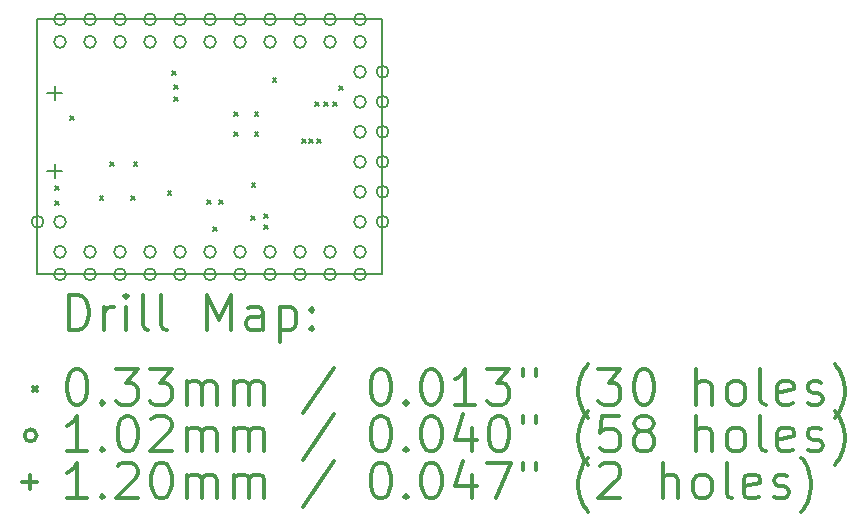
<source format=gbr>
%FSLAX45Y45*%
G04 Gerber Fmt 4.5, Leading zero omitted, Abs format (unit mm)*
G04 Created by KiCad (PCBNEW (2015-08-16 BZR 6097, Git b384c94)-product) date 22/01/2016 15:19:29*
%MOMM*%
G01*
G04 APERTURE LIST*
%ADD10C,0.127000*%
%ADD11C,0.150000*%
%ADD12C,0.200000*%
%ADD13C,0.300000*%
G04 APERTURE END LIST*
D10*
D11*
X15303500Y-9842500D02*
X15303500Y-7683500D01*
X18224500Y-9842500D02*
X15303500Y-9842500D01*
X18224500Y-7683500D02*
X18224500Y-9842500D01*
X15303500Y-7683500D02*
X18224500Y-7683500D01*
D12*
X15453830Y-9097010D02*
X15486850Y-9130030D01*
X15486850Y-9097010D02*
X15453830Y-9130030D01*
X15453830Y-9224010D02*
X15486850Y-9257030D01*
X15486850Y-9224010D02*
X15453830Y-9257030D01*
X15579090Y-8503610D02*
X15612110Y-8536630D01*
X15612110Y-8503610D02*
X15579090Y-8536630D01*
X15829155Y-9178411D02*
X15862175Y-9211431D01*
X15862175Y-9178411D02*
X15829155Y-9211431D01*
X15917240Y-8892540D02*
X15950260Y-8925560D01*
X15950260Y-8892540D02*
X15917240Y-8925560D01*
X16093440Y-9179090D02*
X16126460Y-9212110D01*
X16126460Y-9179090D02*
X16093440Y-9212110D01*
X16117240Y-8892540D02*
X16150260Y-8925560D01*
X16150260Y-8892540D02*
X16117240Y-8925560D01*
X16404590Y-9137904D02*
X16437610Y-9170924D01*
X16437610Y-9137904D02*
X16404590Y-9170924D01*
X16439677Y-8120381D02*
X16472697Y-8153401D01*
X16472697Y-8120381D02*
X16439677Y-8153401D01*
X16461740Y-8239290D02*
X16494760Y-8272310D01*
X16494760Y-8239290D02*
X16461740Y-8272310D01*
X16461740Y-8339290D02*
X16494760Y-8372310D01*
X16494760Y-8339290D02*
X16461740Y-8372310D01*
X16739069Y-9210040D02*
X16772089Y-9243060D01*
X16772089Y-9210040D02*
X16739069Y-9243060D01*
X16791940Y-9442450D02*
X16824960Y-9475470D01*
X16824960Y-9442450D02*
X16791940Y-9475470D01*
X16843211Y-9210040D02*
X16876231Y-9243060D01*
X16876231Y-9210040D02*
X16843211Y-9243060D01*
X16968690Y-8466040D02*
X17001710Y-8499060D01*
X17001710Y-8466040D02*
X16968690Y-8499060D01*
X16968690Y-8638540D02*
X17001710Y-8671560D01*
X17001710Y-8638540D02*
X16968690Y-8671560D01*
X17112450Y-9351010D02*
X17145470Y-9384030D01*
X17145470Y-9351010D02*
X17112450Y-9384030D01*
X17115790Y-9070340D02*
X17148810Y-9103360D01*
X17148810Y-9070340D02*
X17115790Y-9103360D01*
X17141190Y-8466040D02*
X17174210Y-8499060D01*
X17174210Y-8466040D02*
X17141190Y-8499060D01*
X17141190Y-8638540D02*
X17174210Y-8671560D01*
X17174210Y-8638540D02*
X17141190Y-8671560D01*
X17223740Y-9330690D02*
X17256760Y-9363710D01*
X17256760Y-9330690D02*
X17223740Y-9363710D01*
X17223740Y-9425940D02*
X17256760Y-9458960D01*
X17256760Y-9425940D02*
X17223740Y-9458960D01*
X17293590Y-8181340D02*
X17326610Y-8214360D01*
X17326610Y-8181340D02*
X17293590Y-8214360D01*
X17541240Y-8695690D02*
X17574260Y-8728710D01*
X17574260Y-8695690D02*
X17541240Y-8728710D01*
X17604740Y-8695690D02*
X17637760Y-8728710D01*
X17637760Y-8695690D02*
X17604740Y-8728710D01*
X17655540Y-8384537D02*
X17688560Y-8417557D01*
X17688560Y-8384537D02*
X17655540Y-8417557D01*
X17668240Y-8695690D02*
X17701260Y-8728710D01*
X17701260Y-8695690D02*
X17668240Y-8728710D01*
X17729200Y-8384537D02*
X17762220Y-8417557D01*
X17762220Y-8384537D02*
X17729200Y-8417557D01*
X17802860Y-8384537D02*
X17835880Y-8417557D01*
X17835880Y-8384537D02*
X17802860Y-8417557D01*
X17855890Y-8248367D02*
X17888910Y-8281387D01*
X17888910Y-8248367D02*
X17855890Y-8281387D01*
X15354300Y-9398000D02*
G75*
G03X15354300Y-9398000I-50800J0D01*
G01*
X15544800Y-7683500D02*
G75*
G03X15544800Y-7683500I-50800J0D01*
G01*
X15544800Y-7874000D02*
G75*
G03X15544800Y-7874000I-50800J0D01*
G01*
X15544800Y-9398000D02*
G75*
G03X15544800Y-9398000I-50800J0D01*
G01*
X15544800Y-9652000D02*
G75*
G03X15544800Y-9652000I-50800J0D01*
G01*
X15544800Y-9842500D02*
G75*
G03X15544800Y-9842500I-50800J0D01*
G01*
X15798800Y-7683500D02*
G75*
G03X15798800Y-7683500I-50800J0D01*
G01*
X15798800Y-7874000D02*
G75*
G03X15798800Y-7874000I-50800J0D01*
G01*
X15798800Y-9652000D02*
G75*
G03X15798800Y-9652000I-50800J0D01*
G01*
X15798800Y-9842500D02*
G75*
G03X15798800Y-9842500I-50800J0D01*
G01*
X16052800Y-7683500D02*
G75*
G03X16052800Y-7683500I-50800J0D01*
G01*
X16052800Y-7874000D02*
G75*
G03X16052800Y-7874000I-50800J0D01*
G01*
X16052800Y-9652000D02*
G75*
G03X16052800Y-9652000I-50800J0D01*
G01*
X16052800Y-9842500D02*
G75*
G03X16052800Y-9842500I-50800J0D01*
G01*
X16306800Y-7683500D02*
G75*
G03X16306800Y-7683500I-50800J0D01*
G01*
X16306800Y-7874000D02*
G75*
G03X16306800Y-7874000I-50800J0D01*
G01*
X16306800Y-9652000D02*
G75*
G03X16306800Y-9652000I-50800J0D01*
G01*
X16306800Y-9842500D02*
G75*
G03X16306800Y-9842500I-50800J0D01*
G01*
X16560800Y-7683500D02*
G75*
G03X16560800Y-7683500I-50800J0D01*
G01*
X16560800Y-7874000D02*
G75*
G03X16560800Y-7874000I-50800J0D01*
G01*
X16560800Y-9652000D02*
G75*
G03X16560800Y-9652000I-50800J0D01*
G01*
X16560800Y-9842500D02*
G75*
G03X16560800Y-9842500I-50800J0D01*
G01*
X16814800Y-7683500D02*
G75*
G03X16814800Y-7683500I-50800J0D01*
G01*
X16814800Y-7874000D02*
G75*
G03X16814800Y-7874000I-50800J0D01*
G01*
X16814800Y-9652000D02*
G75*
G03X16814800Y-9652000I-50800J0D01*
G01*
X16814800Y-9842500D02*
G75*
G03X16814800Y-9842500I-50800J0D01*
G01*
X17068800Y-7683500D02*
G75*
G03X17068800Y-7683500I-50800J0D01*
G01*
X17068800Y-7874000D02*
G75*
G03X17068800Y-7874000I-50800J0D01*
G01*
X17068800Y-9652000D02*
G75*
G03X17068800Y-9652000I-50800J0D01*
G01*
X17068800Y-9842500D02*
G75*
G03X17068800Y-9842500I-50800J0D01*
G01*
X17322800Y-7683500D02*
G75*
G03X17322800Y-7683500I-50800J0D01*
G01*
X17322800Y-7874000D02*
G75*
G03X17322800Y-7874000I-50800J0D01*
G01*
X17322800Y-9652000D02*
G75*
G03X17322800Y-9652000I-50800J0D01*
G01*
X17322800Y-9842500D02*
G75*
G03X17322800Y-9842500I-50800J0D01*
G01*
X17576800Y-7683500D02*
G75*
G03X17576800Y-7683500I-50800J0D01*
G01*
X17576800Y-7874000D02*
G75*
G03X17576800Y-7874000I-50800J0D01*
G01*
X17576800Y-9652000D02*
G75*
G03X17576800Y-9652000I-50800J0D01*
G01*
X17576800Y-9842500D02*
G75*
G03X17576800Y-9842500I-50800J0D01*
G01*
X17830800Y-7683500D02*
G75*
G03X17830800Y-7683500I-50800J0D01*
G01*
X17830800Y-7874000D02*
G75*
G03X17830800Y-7874000I-50800J0D01*
G01*
X17830800Y-9652000D02*
G75*
G03X17830800Y-9652000I-50800J0D01*
G01*
X17830800Y-9842500D02*
G75*
G03X17830800Y-9842500I-50800J0D01*
G01*
X18084800Y-7683500D02*
G75*
G03X18084800Y-7683500I-50800J0D01*
G01*
X18084800Y-7874000D02*
G75*
G03X18084800Y-7874000I-50800J0D01*
G01*
X18084800Y-8128000D02*
G75*
G03X18084800Y-8128000I-50800J0D01*
G01*
X18084800Y-8382000D02*
G75*
G03X18084800Y-8382000I-50800J0D01*
G01*
X18084800Y-8636000D02*
G75*
G03X18084800Y-8636000I-50800J0D01*
G01*
X18084800Y-8890000D02*
G75*
G03X18084800Y-8890000I-50800J0D01*
G01*
X18084800Y-9144000D02*
G75*
G03X18084800Y-9144000I-50800J0D01*
G01*
X18084800Y-9398000D02*
G75*
G03X18084800Y-9398000I-50800J0D01*
G01*
X18084800Y-9652000D02*
G75*
G03X18084800Y-9652000I-50800J0D01*
G01*
X18084800Y-9842500D02*
G75*
G03X18084800Y-9842500I-50800J0D01*
G01*
X18275300Y-8128000D02*
G75*
G03X18275300Y-8128000I-50800J0D01*
G01*
X18275300Y-8382000D02*
G75*
G03X18275300Y-8382000I-50800J0D01*
G01*
X18275300Y-8636000D02*
G75*
G03X18275300Y-8636000I-50800J0D01*
G01*
X18275300Y-8890000D02*
G75*
G03X18275300Y-8890000I-50800J0D01*
G01*
X18275300Y-9144000D02*
G75*
G03X18275300Y-9144000I-50800J0D01*
G01*
X18275300Y-9398000D02*
G75*
G03X18275300Y-9398000I-50800J0D01*
G01*
X15448280Y-8246000D02*
X15448280Y-8366000D01*
X15388280Y-8306000D02*
X15508280Y-8306000D01*
X15448280Y-8906000D02*
X15448280Y-9026000D01*
X15388280Y-8966000D02*
X15508280Y-8966000D01*
D13*
X15567428Y-10315714D02*
X15567428Y-10015714D01*
X15638857Y-10015714D01*
X15681714Y-10030000D01*
X15710286Y-10058572D01*
X15724571Y-10087143D01*
X15738857Y-10144286D01*
X15738857Y-10187143D01*
X15724571Y-10244286D01*
X15710286Y-10272857D01*
X15681714Y-10301429D01*
X15638857Y-10315714D01*
X15567428Y-10315714D01*
X15867428Y-10315714D02*
X15867428Y-10115714D01*
X15867428Y-10172857D02*
X15881714Y-10144286D01*
X15896000Y-10130000D01*
X15924571Y-10115714D01*
X15953143Y-10115714D01*
X16053143Y-10315714D02*
X16053143Y-10115714D01*
X16053143Y-10015714D02*
X16038857Y-10030000D01*
X16053143Y-10044286D01*
X16067428Y-10030000D01*
X16053143Y-10015714D01*
X16053143Y-10044286D01*
X16238857Y-10315714D02*
X16210286Y-10301429D01*
X16196000Y-10272857D01*
X16196000Y-10015714D01*
X16396000Y-10315714D02*
X16367428Y-10301429D01*
X16353143Y-10272857D01*
X16353143Y-10015714D01*
X16738857Y-10315714D02*
X16738857Y-10015714D01*
X16838857Y-10230000D01*
X16938857Y-10015714D01*
X16938857Y-10315714D01*
X17210286Y-10315714D02*
X17210286Y-10158572D01*
X17196000Y-10130000D01*
X17167429Y-10115714D01*
X17110286Y-10115714D01*
X17081714Y-10130000D01*
X17210286Y-10301429D02*
X17181714Y-10315714D01*
X17110286Y-10315714D01*
X17081714Y-10301429D01*
X17067429Y-10272857D01*
X17067429Y-10244286D01*
X17081714Y-10215714D01*
X17110286Y-10201429D01*
X17181714Y-10201429D01*
X17210286Y-10187143D01*
X17353143Y-10115714D02*
X17353143Y-10415714D01*
X17353143Y-10130000D02*
X17381714Y-10115714D01*
X17438857Y-10115714D01*
X17467429Y-10130000D01*
X17481714Y-10144286D01*
X17496000Y-10172857D01*
X17496000Y-10258572D01*
X17481714Y-10287143D01*
X17467429Y-10301429D01*
X17438857Y-10315714D01*
X17381714Y-10315714D01*
X17353143Y-10301429D01*
X17624571Y-10287143D02*
X17638857Y-10301429D01*
X17624571Y-10315714D01*
X17610286Y-10301429D01*
X17624571Y-10287143D01*
X17624571Y-10315714D01*
X17624571Y-10130000D02*
X17638857Y-10144286D01*
X17624571Y-10158572D01*
X17610286Y-10144286D01*
X17624571Y-10130000D01*
X17624571Y-10158572D01*
X15262980Y-10793490D02*
X15296000Y-10826510D01*
X15296000Y-10793490D02*
X15262980Y-10826510D01*
X15624571Y-10645714D02*
X15653143Y-10645714D01*
X15681714Y-10660000D01*
X15696000Y-10674286D01*
X15710286Y-10702857D01*
X15724571Y-10760000D01*
X15724571Y-10831429D01*
X15710286Y-10888572D01*
X15696000Y-10917143D01*
X15681714Y-10931429D01*
X15653143Y-10945714D01*
X15624571Y-10945714D01*
X15596000Y-10931429D01*
X15581714Y-10917143D01*
X15567428Y-10888572D01*
X15553143Y-10831429D01*
X15553143Y-10760000D01*
X15567428Y-10702857D01*
X15581714Y-10674286D01*
X15596000Y-10660000D01*
X15624571Y-10645714D01*
X15853143Y-10917143D02*
X15867428Y-10931429D01*
X15853143Y-10945714D01*
X15838857Y-10931429D01*
X15853143Y-10917143D01*
X15853143Y-10945714D01*
X15967428Y-10645714D02*
X16153143Y-10645714D01*
X16053143Y-10760000D01*
X16096000Y-10760000D01*
X16124571Y-10774286D01*
X16138857Y-10788572D01*
X16153143Y-10817143D01*
X16153143Y-10888572D01*
X16138857Y-10917143D01*
X16124571Y-10931429D01*
X16096000Y-10945714D01*
X16010286Y-10945714D01*
X15981714Y-10931429D01*
X15967428Y-10917143D01*
X16253143Y-10645714D02*
X16438857Y-10645714D01*
X16338857Y-10760000D01*
X16381714Y-10760000D01*
X16410286Y-10774286D01*
X16424571Y-10788572D01*
X16438857Y-10817143D01*
X16438857Y-10888572D01*
X16424571Y-10917143D01*
X16410286Y-10931429D01*
X16381714Y-10945714D01*
X16296000Y-10945714D01*
X16267428Y-10931429D01*
X16253143Y-10917143D01*
X16567428Y-10945714D02*
X16567428Y-10745714D01*
X16567428Y-10774286D02*
X16581714Y-10760000D01*
X16610286Y-10745714D01*
X16653143Y-10745714D01*
X16681714Y-10760000D01*
X16696000Y-10788572D01*
X16696000Y-10945714D01*
X16696000Y-10788572D02*
X16710286Y-10760000D01*
X16738857Y-10745714D01*
X16781714Y-10745714D01*
X16810286Y-10760000D01*
X16824571Y-10788572D01*
X16824571Y-10945714D01*
X16967429Y-10945714D02*
X16967429Y-10745714D01*
X16967429Y-10774286D02*
X16981714Y-10760000D01*
X17010286Y-10745714D01*
X17053143Y-10745714D01*
X17081714Y-10760000D01*
X17096000Y-10788572D01*
X17096000Y-10945714D01*
X17096000Y-10788572D02*
X17110286Y-10760000D01*
X17138857Y-10745714D01*
X17181714Y-10745714D01*
X17210286Y-10760000D01*
X17224571Y-10788572D01*
X17224571Y-10945714D01*
X17810286Y-10631429D02*
X17553143Y-11017143D01*
X18196000Y-10645714D02*
X18224571Y-10645714D01*
X18253143Y-10660000D01*
X18267428Y-10674286D01*
X18281714Y-10702857D01*
X18296000Y-10760000D01*
X18296000Y-10831429D01*
X18281714Y-10888572D01*
X18267428Y-10917143D01*
X18253143Y-10931429D01*
X18224571Y-10945714D01*
X18196000Y-10945714D01*
X18167428Y-10931429D01*
X18153143Y-10917143D01*
X18138857Y-10888572D01*
X18124571Y-10831429D01*
X18124571Y-10760000D01*
X18138857Y-10702857D01*
X18153143Y-10674286D01*
X18167428Y-10660000D01*
X18196000Y-10645714D01*
X18424571Y-10917143D02*
X18438857Y-10931429D01*
X18424571Y-10945714D01*
X18410286Y-10931429D01*
X18424571Y-10917143D01*
X18424571Y-10945714D01*
X18624571Y-10645714D02*
X18653143Y-10645714D01*
X18681714Y-10660000D01*
X18696000Y-10674286D01*
X18710286Y-10702857D01*
X18724571Y-10760000D01*
X18724571Y-10831429D01*
X18710286Y-10888572D01*
X18696000Y-10917143D01*
X18681714Y-10931429D01*
X18653143Y-10945714D01*
X18624571Y-10945714D01*
X18596000Y-10931429D01*
X18581714Y-10917143D01*
X18567428Y-10888572D01*
X18553143Y-10831429D01*
X18553143Y-10760000D01*
X18567428Y-10702857D01*
X18581714Y-10674286D01*
X18596000Y-10660000D01*
X18624571Y-10645714D01*
X19010286Y-10945714D02*
X18838857Y-10945714D01*
X18924571Y-10945714D02*
X18924571Y-10645714D01*
X18896000Y-10688572D01*
X18867428Y-10717143D01*
X18838857Y-10731429D01*
X19110286Y-10645714D02*
X19296000Y-10645714D01*
X19196000Y-10760000D01*
X19238857Y-10760000D01*
X19267428Y-10774286D01*
X19281714Y-10788572D01*
X19296000Y-10817143D01*
X19296000Y-10888572D01*
X19281714Y-10917143D01*
X19267428Y-10931429D01*
X19238857Y-10945714D01*
X19153143Y-10945714D01*
X19124571Y-10931429D01*
X19110286Y-10917143D01*
X19410286Y-10645714D02*
X19410286Y-10702857D01*
X19524571Y-10645714D02*
X19524571Y-10702857D01*
X19967428Y-11060000D02*
X19953143Y-11045714D01*
X19924571Y-11002857D01*
X19910286Y-10974286D01*
X19896000Y-10931429D01*
X19881714Y-10860000D01*
X19881714Y-10802857D01*
X19896000Y-10731429D01*
X19910286Y-10688572D01*
X19924571Y-10660000D01*
X19953143Y-10617143D01*
X19967428Y-10602857D01*
X20053143Y-10645714D02*
X20238857Y-10645714D01*
X20138857Y-10760000D01*
X20181714Y-10760000D01*
X20210286Y-10774286D01*
X20224571Y-10788572D01*
X20238857Y-10817143D01*
X20238857Y-10888572D01*
X20224571Y-10917143D01*
X20210286Y-10931429D01*
X20181714Y-10945714D01*
X20096000Y-10945714D01*
X20067428Y-10931429D01*
X20053143Y-10917143D01*
X20424571Y-10645714D02*
X20453143Y-10645714D01*
X20481714Y-10660000D01*
X20496000Y-10674286D01*
X20510286Y-10702857D01*
X20524571Y-10760000D01*
X20524571Y-10831429D01*
X20510286Y-10888572D01*
X20496000Y-10917143D01*
X20481714Y-10931429D01*
X20453143Y-10945714D01*
X20424571Y-10945714D01*
X20396000Y-10931429D01*
X20381714Y-10917143D01*
X20367428Y-10888572D01*
X20353143Y-10831429D01*
X20353143Y-10760000D01*
X20367428Y-10702857D01*
X20381714Y-10674286D01*
X20396000Y-10660000D01*
X20424571Y-10645714D01*
X20881714Y-10945714D02*
X20881714Y-10645714D01*
X21010286Y-10945714D02*
X21010286Y-10788572D01*
X20996000Y-10760000D01*
X20967428Y-10745714D01*
X20924571Y-10745714D01*
X20896000Y-10760000D01*
X20881714Y-10774286D01*
X21196000Y-10945714D02*
X21167428Y-10931429D01*
X21153143Y-10917143D01*
X21138857Y-10888572D01*
X21138857Y-10802857D01*
X21153143Y-10774286D01*
X21167428Y-10760000D01*
X21196000Y-10745714D01*
X21238857Y-10745714D01*
X21267428Y-10760000D01*
X21281714Y-10774286D01*
X21296000Y-10802857D01*
X21296000Y-10888572D01*
X21281714Y-10917143D01*
X21267428Y-10931429D01*
X21238857Y-10945714D01*
X21196000Y-10945714D01*
X21467428Y-10945714D02*
X21438857Y-10931429D01*
X21424571Y-10902857D01*
X21424571Y-10645714D01*
X21696000Y-10931429D02*
X21667429Y-10945714D01*
X21610286Y-10945714D01*
X21581714Y-10931429D01*
X21567429Y-10902857D01*
X21567429Y-10788572D01*
X21581714Y-10760000D01*
X21610286Y-10745714D01*
X21667429Y-10745714D01*
X21696000Y-10760000D01*
X21710286Y-10788572D01*
X21710286Y-10817143D01*
X21567429Y-10845714D01*
X21824571Y-10931429D02*
X21853143Y-10945714D01*
X21910286Y-10945714D01*
X21938857Y-10931429D01*
X21953143Y-10902857D01*
X21953143Y-10888572D01*
X21938857Y-10860000D01*
X21910286Y-10845714D01*
X21867429Y-10845714D01*
X21838857Y-10831429D01*
X21824571Y-10802857D01*
X21824571Y-10788572D01*
X21838857Y-10760000D01*
X21867429Y-10745714D01*
X21910286Y-10745714D01*
X21938857Y-10760000D01*
X22053143Y-11060000D02*
X22067429Y-11045714D01*
X22096000Y-11002857D01*
X22110286Y-10974286D01*
X22124571Y-10931429D01*
X22138857Y-10860000D01*
X22138857Y-10802857D01*
X22124571Y-10731429D01*
X22110286Y-10688572D01*
X22096000Y-10660000D01*
X22067429Y-10617143D01*
X22053143Y-10602857D01*
X15296000Y-11206000D02*
G75*
G03X15296000Y-11206000I-50800J0D01*
G01*
X15724571Y-11341714D02*
X15553143Y-11341714D01*
X15638857Y-11341714D02*
X15638857Y-11041714D01*
X15610286Y-11084572D01*
X15581714Y-11113143D01*
X15553143Y-11127429D01*
X15853143Y-11313143D02*
X15867428Y-11327429D01*
X15853143Y-11341714D01*
X15838857Y-11327429D01*
X15853143Y-11313143D01*
X15853143Y-11341714D01*
X16053143Y-11041714D02*
X16081714Y-11041714D01*
X16110286Y-11056000D01*
X16124571Y-11070286D01*
X16138857Y-11098857D01*
X16153143Y-11156000D01*
X16153143Y-11227429D01*
X16138857Y-11284571D01*
X16124571Y-11313143D01*
X16110286Y-11327429D01*
X16081714Y-11341714D01*
X16053143Y-11341714D01*
X16024571Y-11327429D01*
X16010286Y-11313143D01*
X15996000Y-11284571D01*
X15981714Y-11227429D01*
X15981714Y-11156000D01*
X15996000Y-11098857D01*
X16010286Y-11070286D01*
X16024571Y-11056000D01*
X16053143Y-11041714D01*
X16267428Y-11070286D02*
X16281714Y-11056000D01*
X16310286Y-11041714D01*
X16381714Y-11041714D01*
X16410286Y-11056000D01*
X16424571Y-11070286D01*
X16438857Y-11098857D01*
X16438857Y-11127429D01*
X16424571Y-11170286D01*
X16253143Y-11341714D01*
X16438857Y-11341714D01*
X16567428Y-11341714D02*
X16567428Y-11141714D01*
X16567428Y-11170286D02*
X16581714Y-11156000D01*
X16610286Y-11141714D01*
X16653143Y-11141714D01*
X16681714Y-11156000D01*
X16696000Y-11184572D01*
X16696000Y-11341714D01*
X16696000Y-11184572D02*
X16710286Y-11156000D01*
X16738857Y-11141714D01*
X16781714Y-11141714D01*
X16810286Y-11156000D01*
X16824571Y-11184572D01*
X16824571Y-11341714D01*
X16967429Y-11341714D02*
X16967429Y-11141714D01*
X16967429Y-11170286D02*
X16981714Y-11156000D01*
X17010286Y-11141714D01*
X17053143Y-11141714D01*
X17081714Y-11156000D01*
X17096000Y-11184572D01*
X17096000Y-11341714D01*
X17096000Y-11184572D02*
X17110286Y-11156000D01*
X17138857Y-11141714D01*
X17181714Y-11141714D01*
X17210286Y-11156000D01*
X17224571Y-11184572D01*
X17224571Y-11341714D01*
X17810286Y-11027429D02*
X17553143Y-11413143D01*
X18196000Y-11041714D02*
X18224571Y-11041714D01*
X18253143Y-11056000D01*
X18267428Y-11070286D01*
X18281714Y-11098857D01*
X18296000Y-11156000D01*
X18296000Y-11227429D01*
X18281714Y-11284571D01*
X18267428Y-11313143D01*
X18253143Y-11327429D01*
X18224571Y-11341714D01*
X18196000Y-11341714D01*
X18167428Y-11327429D01*
X18153143Y-11313143D01*
X18138857Y-11284571D01*
X18124571Y-11227429D01*
X18124571Y-11156000D01*
X18138857Y-11098857D01*
X18153143Y-11070286D01*
X18167428Y-11056000D01*
X18196000Y-11041714D01*
X18424571Y-11313143D02*
X18438857Y-11327429D01*
X18424571Y-11341714D01*
X18410286Y-11327429D01*
X18424571Y-11313143D01*
X18424571Y-11341714D01*
X18624571Y-11041714D02*
X18653143Y-11041714D01*
X18681714Y-11056000D01*
X18696000Y-11070286D01*
X18710286Y-11098857D01*
X18724571Y-11156000D01*
X18724571Y-11227429D01*
X18710286Y-11284571D01*
X18696000Y-11313143D01*
X18681714Y-11327429D01*
X18653143Y-11341714D01*
X18624571Y-11341714D01*
X18596000Y-11327429D01*
X18581714Y-11313143D01*
X18567428Y-11284571D01*
X18553143Y-11227429D01*
X18553143Y-11156000D01*
X18567428Y-11098857D01*
X18581714Y-11070286D01*
X18596000Y-11056000D01*
X18624571Y-11041714D01*
X18981714Y-11141714D02*
X18981714Y-11341714D01*
X18910286Y-11027429D02*
X18838857Y-11241714D01*
X19024571Y-11241714D01*
X19196000Y-11041714D02*
X19224571Y-11041714D01*
X19253143Y-11056000D01*
X19267428Y-11070286D01*
X19281714Y-11098857D01*
X19296000Y-11156000D01*
X19296000Y-11227429D01*
X19281714Y-11284571D01*
X19267428Y-11313143D01*
X19253143Y-11327429D01*
X19224571Y-11341714D01*
X19196000Y-11341714D01*
X19167428Y-11327429D01*
X19153143Y-11313143D01*
X19138857Y-11284571D01*
X19124571Y-11227429D01*
X19124571Y-11156000D01*
X19138857Y-11098857D01*
X19153143Y-11070286D01*
X19167428Y-11056000D01*
X19196000Y-11041714D01*
X19410286Y-11041714D02*
X19410286Y-11098857D01*
X19524571Y-11041714D02*
X19524571Y-11098857D01*
X19967428Y-11456000D02*
X19953143Y-11441714D01*
X19924571Y-11398857D01*
X19910286Y-11370286D01*
X19896000Y-11327429D01*
X19881714Y-11256000D01*
X19881714Y-11198857D01*
X19896000Y-11127429D01*
X19910286Y-11084572D01*
X19924571Y-11056000D01*
X19953143Y-11013143D01*
X19967428Y-10998857D01*
X20224571Y-11041714D02*
X20081714Y-11041714D01*
X20067428Y-11184572D01*
X20081714Y-11170286D01*
X20110286Y-11156000D01*
X20181714Y-11156000D01*
X20210286Y-11170286D01*
X20224571Y-11184572D01*
X20238857Y-11213143D01*
X20238857Y-11284571D01*
X20224571Y-11313143D01*
X20210286Y-11327429D01*
X20181714Y-11341714D01*
X20110286Y-11341714D01*
X20081714Y-11327429D01*
X20067428Y-11313143D01*
X20410286Y-11170286D02*
X20381714Y-11156000D01*
X20367428Y-11141714D01*
X20353143Y-11113143D01*
X20353143Y-11098857D01*
X20367428Y-11070286D01*
X20381714Y-11056000D01*
X20410286Y-11041714D01*
X20467428Y-11041714D01*
X20496000Y-11056000D01*
X20510286Y-11070286D01*
X20524571Y-11098857D01*
X20524571Y-11113143D01*
X20510286Y-11141714D01*
X20496000Y-11156000D01*
X20467428Y-11170286D01*
X20410286Y-11170286D01*
X20381714Y-11184572D01*
X20367428Y-11198857D01*
X20353143Y-11227429D01*
X20353143Y-11284571D01*
X20367428Y-11313143D01*
X20381714Y-11327429D01*
X20410286Y-11341714D01*
X20467428Y-11341714D01*
X20496000Y-11327429D01*
X20510286Y-11313143D01*
X20524571Y-11284571D01*
X20524571Y-11227429D01*
X20510286Y-11198857D01*
X20496000Y-11184572D01*
X20467428Y-11170286D01*
X20881714Y-11341714D02*
X20881714Y-11041714D01*
X21010286Y-11341714D02*
X21010286Y-11184572D01*
X20996000Y-11156000D01*
X20967428Y-11141714D01*
X20924571Y-11141714D01*
X20896000Y-11156000D01*
X20881714Y-11170286D01*
X21196000Y-11341714D02*
X21167428Y-11327429D01*
X21153143Y-11313143D01*
X21138857Y-11284571D01*
X21138857Y-11198857D01*
X21153143Y-11170286D01*
X21167428Y-11156000D01*
X21196000Y-11141714D01*
X21238857Y-11141714D01*
X21267428Y-11156000D01*
X21281714Y-11170286D01*
X21296000Y-11198857D01*
X21296000Y-11284571D01*
X21281714Y-11313143D01*
X21267428Y-11327429D01*
X21238857Y-11341714D01*
X21196000Y-11341714D01*
X21467428Y-11341714D02*
X21438857Y-11327429D01*
X21424571Y-11298857D01*
X21424571Y-11041714D01*
X21696000Y-11327429D02*
X21667429Y-11341714D01*
X21610286Y-11341714D01*
X21581714Y-11327429D01*
X21567429Y-11298857D01*
X21567429Y-11184572D01*
X21581714Y-11156000D01*
X21610286Y-11141714D01*
X21667429Y-11141714D01*
X21696000Y-11156000D01*
X21710286Y-11184572D01*
X21710286Y-11213143D01*
X21567429Y-11241714D01*
X21824571Y-11327429D02*
X21853143Y-11341714D01*
X21910286Y-11341714D01*
X21938857Y-11327429D01*
X21953143Y-11298857D01*
X21953143Y-11284571D01*
X21938857Y-11256000D01*
X21910286Y-11241714D01*
X21867429Y-11241714D01*
X21838857Y-11227429D01*
X21824571Y-11198857D01*
X21824571Y-11184572D01*
X21838857Y-11156000D01*
X21867429Y-11141714D01*
X21910286Y-11141714D01*
X21938857Y-11156000D01*
X22053143Y-11456000D02*
X22067429Y-11441714D01*
X22096000Y-11398857D01*
X22110286Y-11370286D01*
X22124571Y-11327429D01*
X22138857Y-11256000D01*
X22138857Y-11198857D01*
X22124571Y-11127429D01*
X22110286Y-11084572D01*
X22096000Y-11056000D01*
X22067429Y-11013143D01*
X22053143Y-10998857D01*
X15236000Y-11542000D02*
X15236000Y-11662000D01*
X15176000Y-11602000D02*
X15296000Y-11602000D01*
X15724571Y-11737714D02*
X15553143Y-11737714D01*
X15638857Y-11737714D02*
X15638857Y-11437714D01*
X15610286Y-11480571D01*
X15581714Y-11509143D01*
X15553143Y-11523429D01*
X15853143Y-11709143D02*
X15867428Y-11723429D01*
X15853143Y-11737714D01*
X15838857Y-11723429D01*
X15853143Y-11709143D01*
X15853143Y-11737714D01*
X15981714Y-11466286D02*
X15996000Y-11452000D01*
X16024571Y-11437714D01*
X16096000Y-11437714D01*
X16124571Y-11452000D01*
X16138857Y-11466286D01*
X16153143Y-11494857D01*
X16153143Y-11523429D01*
X16138857Y-11566286D01*
X15967428Y-11737714D01*
X16153143Y-11737714D01*
X16338857Y-11437714D02*
X16367428Y-11437714D01*
X16396000Y-11452000D01*
X16410286Y-11466286D01*
X16424571Y-11494857D01*
X16438857Y-11552000D01*
X16438857Y-11623429D01*
X16424571Y-11680571D01*
X16410286Y-11709143D01*
X16396000Y-11723429D01*
X16367428Y-11737714D01*
X16338857Y-11737714D01*
X16310286Y-11723429D01*
X16296000Y-11709143D01*
X16281714Y-11680571D01*
X16267428Y-11623429D01*
X16267428Y-11552000D01*
X16281714Y-11494857D01*
X16296000Y-11466286D01*
X16310286Y-11452000D01*
X16338857Y-11437714D01*
X16567428Y-11737714D02*
X16567428Y-11537714D01*
X16567428Y-11566286D02*
X16581714Y-11552000D01*
X16610286Y-11537714D01*
X16653143Y-11537714D01*
X16681714Y-11552000D01*
X16696000Y-11580571D01*
X16696000Y-11737714D01*
X16696000Y-11580571D02*
X16710286Y-11552000D01*
X16738857Y-11537714D01*
X16781714Y-11537714D01*
X16810286Y-11552000D01*
X16824571Y-11580571D01*
X16824571Y-11737714D01*
X16967429Y-11737714D02*
X16967429Y-11537714D01*
X16967429Y-11566286D02*
X16981714Y-11552000D01*
X17010286Y-11537714D01*
X17053143Y-11537714D01*
X17081714Y-11552000D01*
X17096000Y-11580571D01*
X17096000Y-11737714D01*
X17096000Y-11580571D02*
X17110286Y-11552000D01*
X17138857Y-11537714D01*
X17181714Y-11537714D01*
X17210286Y-11552000D01*
X17224571Y-11580571D01*
X17224571Y-11737714D01*
X17810286Y-11423429D02*
X17553143Y-11809143D01*
X18196000Y-11437714D02*
X18224571Y-11437714D01*
X18253143Y-11452000D01*
X18267428Y-11466286D01*
X18281714Y-11494857D01*
X18296000Y-11552000D01*
X18296000Y-11623429D01*
X18281714Y-11680571D01*
X18267428Y-11709143D01*
X18253143Y-11723429D01*
X18224571Y-11737714D01*
X18196000Y-11737714D01*
X18167428Y-11723429D01*
X18153143Y-11709143D01*
X18138857Y-11680571D01*
X18124571Y-11623429D01*
X18124571Y-11552000D01*
X18138857Y-11494857D01*
X18153143Y-11466286D01*
X18167428Y-11452000D01*
X18196000Y-11437714D01*
X18424571Y-11709143D02*
X18438857Y-11723429D01*
X18424571Y-11737714D01*
X18410286Y-11723429D01*
X18424571Y-11709143D01*
X18424571Y-11737714D01*
X18624571Y-11437714D02*
X18653143Y-11437714D01*
X18681714Y-11452000D01*
X18696000Y-11466286D01*
X18710286Y-11494857D01*
X18724571Y-11552000D01*
X18724571Y-11623429D01*
X18710286Y-11680571D01*
X18696000Y-11709143D01*
X18681714Y-11723429D01*
X18653143Y-11737714D01*
X18624571Y-11737714D01*
X18596000Y-11723429D01*
X18581714Y-11709143D01*
X18567428Y-11680571D01*
X18553143Y-11623429D01*
X18553143Y-11552000D01*
X18567428Y-11494857D01*
X18581714Y-11466286D01*
X18596000Y-11452000D01*
X18624571Y-11437714D01*
X18981714Y-11537714D02*
X18981714Y-11737714D01*
X18910286Y-11423429D02*
X18838857Y-11637714D01*
X19024571Y-11637714D01*
X19110286Y-11437714D02*
X19310286Y-11437714D01*
X19181714Y-11737714D01*
X19410286Y-11437714D02*
X19410286Y-11494857D01*
X19524571Y-11437714D02*
X19524571Y-11494857D01*
X19967428Y-11852000D02*
X19953143Y-11837714D01*
X19924571Y-11794857D01*
X19910286Y-11766286D01*
X19896000Y-11723429D01*
X19881714Y-11652000D01*
X19881714Y-11594857D01*
X19896000Y-11523429D01*
X19910286Y-11480571D01*
X19924571Y-11452000D01*
X19953143Y-11409143D01*
X19967428Y-11394857D01*
X20067428Y-11466286D02*
X20081714Y-11452000D01*
X20110286Y-11437714D01*
X20181714Y-11437714D01*
X20210286Y-11452000D01*
X20224571Y-11466286D01*
X20238857Y-11494857D01*
X20238857Y-11523429D01*
X20224571Y-11566286D01*
X20053143Y-11737714D01*
X20238857Y-11737714D01*
X20596000Y-11737714D02*
X20596000Y-11437714D01*
X20724571Y-11737714D02*
X20724571Y-11580571D01*
X20710286Y-11552000D01*
X20681714Y-11537714D01*
X20638857Y-11537714D01*
X20610286Y-11552000D01*
X20596000Y-11566286D01*
X20910286Y-11737714D02*
X20881714Y-11723429D01*
X20867428Y-11709143D01*
X20853143Y-11680571D01*
X20853143Y-11594857D01*
X20867428Y-11566286D01*
X20881714Y-11552000D01*
X20910286Y-11537714D01*
X20953143Y-11537714D01*
X20981714Y-11552000D01*
X20996000Y-11566286D01*
X21010286Y-11594857D01*
X21010286Y-11680571D01*
X20996000Y-11709143D01*
X20981714Y-11723429D01*
X20953143Y-11737714D01*
X20910286Y-11737714D01*
X21181714Y-11737714D02*
X21153143Y-11723429D01*
X21138857Y-11694857D01*
X21138857Y-11437714D01*
X21410286Y-11723429D02*
X21381714Y-11737714D01*
X21324571Y-11737714D01*
X21296000Y-11723429D01*
X21281714Y-11694857D01*
X21281714Y-11580571D01*
X21296000Y-11552000D01*
X21324571Y-11537714D01*
X21381714Y-11537714D01*
X21410286Y-11552000D01*
X21424571Y-11580571D01*
X21424571Y-11609143D01*
X21281714Y-11637714D01*
X21538857Y-11723429D02*
X21567429Y-11737714D01*
X21624571Y-11737714D01*
X21653143Y-11723429D01*
X21667429Y-11694857D01*
X21667429Y-11680571D01*
X21653143Y-11652000D01*
X21624571Y-11637714D01*
X21581714Y-11637714D01*
X21553143Y-11623429D01*
X21538857Y-11594857D01*
X21538857Y-11580571D01*
X21553143Y-11552000D01*
X21581714Y-11537714D01*
X21624571Y-11537714D01*
X21653143Y-11552000D01*
X21767428Y-11852000D02*
X21781714Y-11837714D01*
X21810286Y-11794857D01*
X21824571Y-11766286D01*
X21838857Y-11723429D01*
X21853143Y-11652000D01*
X21853143Y-11594857D01*
X21838857Y-11523429D01*
X21824571Y-11480571D01*
X21810286Y-11452000D01*
X21781714Y-11409143D01*
X21767428Y-11394857D01*
M02*

</source>
